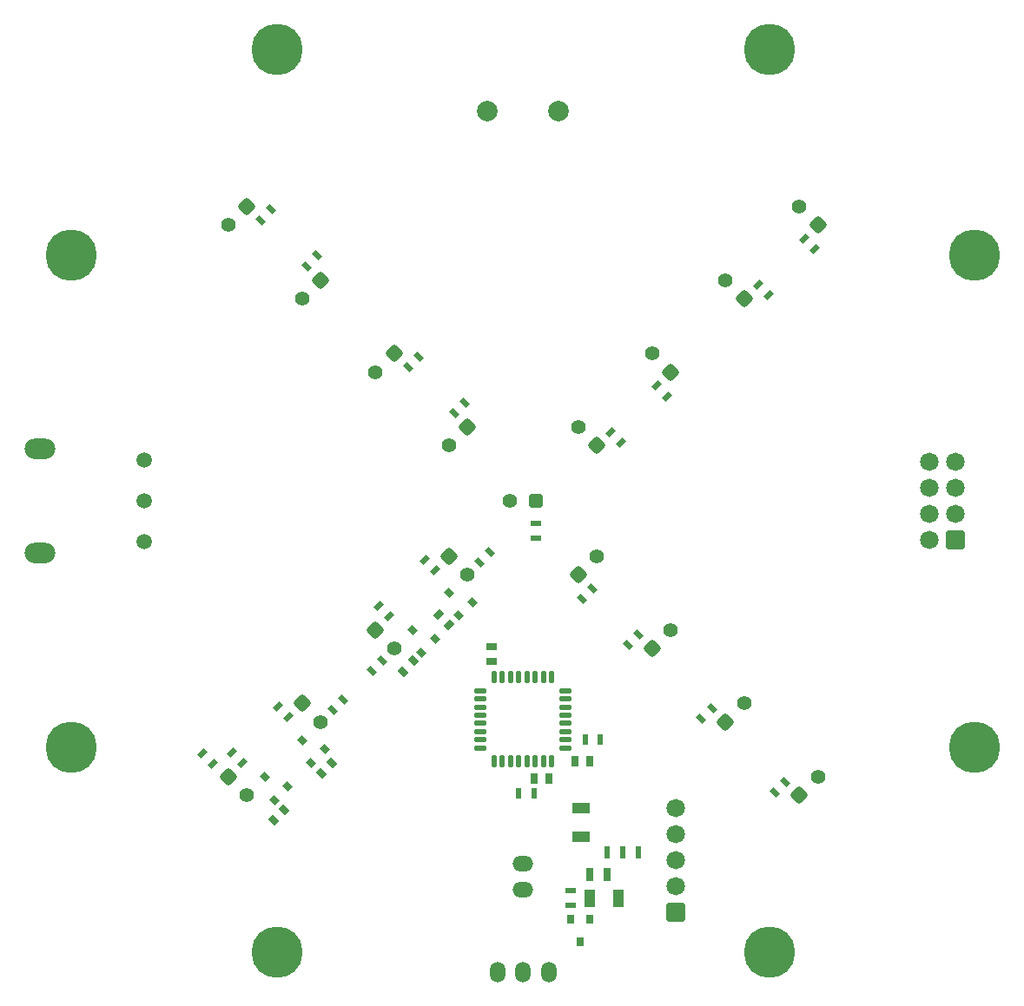
<source format=gbr>
%TF.GenerationSoftware,Altium Limited,Altium Designer,20.1.8 (145)*%
G04 Layer_Color=255*
%FSLAX45Y45*%
%MOMM*%
%TF.SameCoordinates,71AC3D83-D9DD-4B8C-8FBF-A9C29C1C1930*%
%TF.FilePolarity,Positive*%
%TF.FileFunction,Pads,Bot*%
%TF.Part,Single*%
G01*
G75*
%TA.AperFunction,ComponentPad*%
G04:AMPARAMS|DCode=14|XSize=1.8mm|YSize=1.8mm|CornerRadius=0.9mm|HoleSize=0mm|Usage=FLASHONLY|Rotation=90.000|XOffset=0mm|YOffset=0mm|HoleType=Round|Shape=RoundedRectangle|*
%AMROUNDEDRECTD14*
21,1,1.80000,0.00000,0,0,90.0*
21,1,0.00000,1.80000,0,0,90.0*
1,1,1.80000,0.00000,0.00000*
1,1,1.80000,0.00000,0.00000*
1,1,1.80000,0.00000,0.00000*
1,1,1.80000,0.00000,0.00000*
%
%ADD14ROUNDEDRECTD14*%
G04:AMPARAMS|DCode=15|XSize=1.8mm|YSize=1.8mm|CornerRadius=0.18mm|HoleSize=0mm|Usage=FLASHONLY|Rotation=90.000|XOffset=0mm|YOffset=0mm|HoleType=Round|Shape=RoundedRectangle|*
%AMROUNDEDRECTD15*
21,1,1.80000,1.44000,0,0,90.0*
21,1,1.44000,1.80000,0,0,90.0*
1,1,0.36000,0.72000,0.72000*
1,1,0.36000,0.72000,-0.72000*
1,1,0.36000,-0.72000,-0.72000*
1,1,0.36000,-0.72000,0.72000*
%
%ADD15ROUNDEDRECTD15*%
%ADD16O,2.00000X1.50000*%
%ADD17C,2.00000*%
G04:AMPARAMS|DCode=18|XSize=1.5mm|YSize=2mm|CornerRadius=0.75mm|HoleSize=0mm|Usage=FLASHONLY|Rotation=180.000|XOffset=0mm|YOffset=0mm|HoleType=Round|Shape=RoundedRectangle|*
%AMROUNDEDRECTD18*
21,1,1.50000,0.50000,0,0,180.0*
21,1,0.00000,2.00000,0,0,180.0*
1,1,1.50000,0.00000,0.25000*
1,1,1.50000,0.00000,0.25000*
1,1,1.50000,0.00000,-0.25000*
1,1,1.50000,0.00000,-0.25000*
%
%ADD18ROUNDEDRECTD18*%
%ADD19O,3.00000X2.00000*%
%ADD20C,1.50000*%
%TA.AperFunction,ViaPad*%
%ADD21C,5.00000*%
%TA.AperFunction,ComponentPad*%
%ADD22C,1.40000*%
G04:AMPARAMS|DCode=23|XSize=1.4mm|YSize=1.4mm|CornerRadius=0.35mm|HoleSize=0mm|Usage=FLASHONLY|Rotation=315.000|XOffset=0mm|YOffset=0mm|HoleType=Round|Shape=RoundedRectangle|*
%AMROUNDEDRECTD23*
21,1,1.40000,0.70000,0,0,315.0*
21,1,0.70000,1.40000,0,0,315.0*
1,1,0.70000,0.00000,-0.49498*
1,1,0.70000,-0.49498,0.00000*
1,1,0.70000,0.00000,0.49498*
1,1,0.70000,0.49498,0.00000*
%
%ADD23ROUNDEDRECTD23*%
G04:AMPARAMS|DCode=24|XSize=1.4mm|YSize=1.4mm|CornerRadius=0.35mm|HoleSize=0mm|Usage=FLASHONLY|Rotation=90.000|XOffset=0mm|YOffset=0mm|HoleType=Round|Shape=RoundedRectangle|*
%AMROUNDEDRECTD24*
21,1,1.40000,0.70000,0,0,90.0*
21,1,0.70000,1.40000,0,0,90.0*
1,1,0.70000,0.35000,0.35000*
1,1,0.70000,0.35000,-0.35000*
1,1,0.70000,-0.35000,-0.35000*
1,1,0.70000,-0.35000,0.35000*
%
%ADD24ROUNDEDRECTD24*%
G04:AMPARAMS|DCode=25|XSize=1.4mm|YSize=1.4mm|CornerRadius=0.35mm|HoleSize=0mm|Usage=FLASHONLY|Rotation=45.000|XOffset=0mm|YOffset=0mm|HoleType=Round|Shape=RoundedRectangle|*
%AMROUNDEDRECTD25*
21,1,1.40000,0.70000,0,0,45.0*
21,1,0.70000,1.40000,0,0,45.0*
1,1,0.70000,0.49498,0.00000*
1,1,0.70000,0.00000,-0.49498*
1,1,0.70000,-0.49498,0.00000*
1,1,0.70000,0.00000,0.49498*
%
%ADD25ROUNDEDRECTD25*%
%TA.AperFunction,SMDPad,CuDef*%
G04:AMPARAMS|DCode=27|XSize=1.27mm|YSize=0.76mm|CornerRadius=0.0038mm|HoleSize=0mm|Usage=FLASHONLY|Rotation=270.000|XOffset=0mm|YOffset=0mm|HoleType=Round|Shape=RoundedRectangle|*
%AMROUNDEDRECTD27*
21,1,1.27000,0.75240,0,0,270.0*
21,1,1.26240,0.76000,0,0,270.0*
1,1,0.00760,-0.37620,-0.63120*
1,1,0.00760,-0.37620,0.63120*
1,1,0.00760,0.37620,0.63120*
1,1,0.00760,0.37620,-0.63120*
%
%ADD27ROUNDEDRECTD27*%
G04:AMPARAMS|DCode=28|XSize=0.6mm|YSize=0.8mm|CornerRadius=0.003mm|HoleSize=0mm|Usage=FLASHONLY|Rotation=180.000|XOffset=0mm|YOffset=0mm|HoleType=Round|Shape=RoundedRectangle|*
%AMROUNDEDRECTD28*
21,1,0.60000,0.79400,0,0,180.0*
21,1,0.59400,0.80000,0,0,180.0*
1,1,0.00600,-0.29700,0.39700*
1,1,0.00600,0.29700,0.39700*
1,1,0.00600,0.29700,-0.39700*
1,1,0.00600,-0.29700,-0.39700*
%
%ADD28ROUNDEDRECTD28*%
G04:AMPARAMS|DCode=29|XSize=0.95mm|YSize=0.55mm|CornerRadius=0.00275mm|HoleSize=0mm|Usage=FLASHONLY|Rotation=180.000|XOffset=0mm|YOffset=0mm|HoleType=Round|Shape=RoundedRectangle|*
%AMROUNDEDRECTD29*
21,1,0.95000,0.54450,0,0,180.0*
21,1,0.94450,0.55000,0,0,180.0*
1,1,0.00550,-0.47225,0.27225*
1,1,0.00550,0.47225,0.27225*
1,1,0.00550,0.47225,-0.27225*
1,1,0.00550,-0.47225,-0.27225*
%
%ADD29ROUNDEDRECTD29*%
G04:AMPARAMS|DCode=30|XSize=1.65mm|YSize=0.95mm|CornerRadius=0.00475mm|HoleSize=0mm|Usage=FLASHONLY|Rotation=90.000|XOffset=0mm|YOffset=0mm|HoleType=Round|Shape=RoundedRectangle|*
%AMROUNDEDRECTD30*
21,1,1.65000,0.94050,0,0,90.0*
21,1,1.64050,0.95000,0,0,90.0*
1,1,0.00950,0.47025,0.82025*
1,1,0.00950,0.47025,-0.82025*
1,1,0.00950,-0.47025,-0.82025*
1,1,0.00950,-0.47025,0.82025*
%
%ADD30ROUNDEDRECTD30*%
G04:AMPARAMS|DCode=31|XSize=0.5mm|YSize=1.2mm|CornerRadius=0.0025mm|HoleSize=0mm|Usage=FLASHONLY|Rotation=0.000|XOffset=0mm|YOffset=0mm|HoleType=Round|Shape=RoundedRectangle|*
%AMROUNDEDRECTD31*
21,1,0.50000,1.19500,0,0,0.0*
21,1,0.49500,1.20000,0,0,0.0*
1,1,0.00500,0.24750,-0.59750*
1,1,0.00500,-0.24750,-0.59750*
1,1,0.00500,-0.24750,0.59750*
1,1,0.00500,0.24750,0.59750*
%
%ADD31ROUNDEDRECTD31*%
G04:AMPARAMS|DCode=32|XSize=0.95mm|YSize=0.6mm|CornerRadius=0.003mm|HoleSize=0mm|Usage=FLASHONLY|Rotation=225.000|XOffset=0mm|YOffset=0mm|HoleType=Round|Shape=RoundedRectangle|*
%AMROUNDEDRECTD32*
21,1,0.95000,0.59400,0,0,225.0*
21,1,0.94400,0.60000,0,0,225.0*
1,1,0.00600,-0.54377,-0.12374*
1,1,0.00600,0.12374,0.54377*
1,1,0.00600,0.54377,0.12374*
1,1,0.00600,-0.12374,-0.54377*
%
%ADD32ROUNDEDRECTD32*%
G04:AMPARAMS|DCode=33|XSize=0.95mm|YSize=0.6mm|CornerRadius=0.003mm|HoleSize=0mm|Usage=FLASHONLY|Rotation=315.000|XOffset=0mm|YOffset=0mm|HoleType=Round|Shape=RoundedRectangle|*
%AMROUNDEDRECTD33*
21,1,0.95000,0.59400,0,0,315.0*
21,1,0.94400,0.60000,0,0,315.0*
1,1,0.00600,0.12374,-0.54377*
1,1,0.00600,-0.54377,0.12374*
1,1,0.00600,-0.12374,0.54377*
1,1,0.00600,0.54377,-0.12374*
%
%ADD33ROUNDEDRECTD33*%
G04:AMPARAMS|DCode=34|XSize=0.95mm|YSize=0.55mm|CornerRadius=0.00275mm|HoleSize=0mm|Usage=FLASHONLY|Rotation=45.000|XOffset=0mm|YOffset=0mm|HoleType=Round|Shape=RoundedRectangle|*
%AMROUNDEDRECTD34*
21,1,0.95000,0.54450,0,0,45.0*
21,1,0.94450,0.55000,0,0,45.0*
1,1,0.00550,0.52644,0.14142*
1,1,0.00550,-0.14142,-0.52644*
1,1,0.00550,-0.52644,-0.14142*
1,1,0.00550,0.14142,0.52644*
%
%ADD34ROUNDEDRECTD34*%
G04:AMPARAMS|DCode=35|XSize=0.6mm|YSize=0.8mm|CornerRadius=0.003mm|HoleSize=0mm|Usage=FLASHONLY|Rotation=45.000|XOffset=0mm|YOffset=0mm|HoleType=Round|Shape=RoundedRectangle|*
%AMROUNDEDRECTD35*
21,1,0.60000,0.79400,0,0,45.0*
21,1,0.59400,0.80000,0,0,45.0*
1,1,0.00600,0.49073,-0.07071*
1,1,0.00600,0.07071,-0.49073*
1,1,0.00600,-0.49073,0.07071*
1,1,0.00600,-0.07071,0.49073*
%
%ADD35ROUNDEDRECTD35*%
G04:AMPARAMS|DCode=36|XSize=0.95mm|YSize=0.6mm|CornerRadius=0.003mm|HoleSize=0mm|Usage=FLASHONLY|Rotation=180.000|XOffset=0mm|YOffset=0mm|HoleType=Round|Shape=RoundedRectangle|*
%AMROUNDEDRECTD36*
21,1,0.95000,0.59400,0,0,180.0*
21,1,0.94400,0.60000,0,0,180.0*
1,1,0.00600,-0.47200,0.29700*
1,1,0.00600,0.47200,0.29700*
1,1,0.00600,0.47200,-0.29700*
1,1,0.00600,-0.47200,-0.29700*
%
%ADD36ROUNDEDRECTD36*%
G04:AMPARAMS|DCode=37|XSize=0.95mm|YSize=0.6mm|CornerRadius=0.003mm|HoleSize=0mm|Usage=FLASHONLY|Rotation=90.000|XOffset=0mm|YOffset=0mm|HoleType=Round|Shape=RoundedRectangle|*
%AMROUNDEDRECTD37*
21,1,0.95000,0.59400,0,0,90.0*
21,1,0.94400,0.60000,0,0,90.0*
1,1,0.00600,0.29700,0.47200*
1,1,0.00600,0.29700,-0.47200*
1,1,0.00600,-0.29700,-0.47200*
1,1,0.00600,-0.29700,0.47200*
%
%ADD37ROUNDEDRECTD37*%
%ADD38O,0.50000X1.25000*%
%ADD39O,1.25000X0.50000*%
G04:AMPARAMS|DCode=40|XSize=0.95mm|YSize=0.55mm|CornerRadius=0.00275mm|HoleSize=0mm|Usage=FLASHONLY|Rotation=90.000|XOffset=0mm|YOffset=0mm|HoleType=Round|Shape=RoundedRectangle|*
%AMROUNDEDRECTD40*
21,1,0.95000,0.54450,0,0,90.0*
21,1,0.94450,0.55000,0,0,90.0*
1,1,0.00550,0.27225,0.47225*
1,1,0.00550,0.27225,-0.47225*
1,1,0.00550,-0.27225,-0.47225*
1,1,0.00550,-0.27225,0.47225*
%
%ADD40ROUNDEDRECTD40*%
G04:AMPARAMS|DCode=41|XSize=0.95mm|YSize=0.55mm|CornerRadius=0.00275mm|HoleSize=0mm|Usage=FLASHONLY|Rotation=135.000|XOffset=0mm|YOffset=0mm|HoleType=Round|Shape=RoundedRectangle|*
%AMROUNDEDRECTD41*
21,1,0.95000,0.54450,0,0,135.0*
21,1,0.94450,0.55000,0,0,135.0*
1,1,0.00550,-0.14142,0.52644*
1,1,0.00550,0.52644,-0.14142*
1,1,0.00550,0.14142,-0.52644*
1,1,0.00550,-0.52644,0.14142*
%
%ADD41ROUNDEDRECTD41*%
G04:AMPARAMS|DCode=42|XSize=1.65mm|YSize=0.95mm|CornerRadius=0.00475mm|HoleSize=0mm|Usage=FLASHONLY|Rotation=0.000|XOffset=0mm|YOffset=0mm|HoleType=Round|Shape=RoundedRectangle|*
%AMROUNDEDRECTD42*
21,1,1.65000,0.94050,0,0,0.0*
21,1,1.64050,0.95000,0,0,0.0*
1,1,0.00950,0.82025,-0.47025*
1,1,0.00950,-0.82025,-0.47025*
1,1,0.00950,-0.82025,0.47025*
1,1,0.00950,0.82025,0.47025*
%
%ADD42ROUNDEDRECTD42*%
D14*
X1485347Y-2995913D02*
D03*
Y-3249913D02*
D03*
Y-3503913D02*
D03*
Y-3757913D02*
D03*
X4211201Y-127000D02*
D03*
Y127000D02*
D03*
Y381000D02*
D03*
X3957201Y-381000D02*
D03*
Y-127000D02*
D03*
Y127000D02*
D03*
Y381000D02*
D03*
D15*
X1485347Y-4011913D02*
D03*
X4211201Y-381000D02*
D03*
D16*
X0Y-3794310D02*
D03*
Y-3540310D02*
D03*
D17*
X-350000Y3800000D02*
D03*
X350000D02*
D03*
D18*
X-250000Y-4593351D02*
D03*
X0D02*
D03*
X250000D02*
D03*
D19*
X-4710139Y-510000D02*
D03*
Y510000D02*
D03*
D20*
X-3690139Y400000D02*
D03*
Y0D02*
D03*
Y-400000D02*
D03*
D21*
X2400000Y-4400000D02*
D03*
X-2400000D02*
D03*
X4400000Y-2400000D02*
D03*
Y2400000D02*
D03*
X-4400000Y-2400000D02*
D03*
Y2400000D02*
D03*
X-2400000Y4400000D02*
D03*
X2400000D02*
D03*
D22*
X2873682Y-2694077D02*
D03*
X2155261Y-1975656D02*
D03*
X1436841Y-1257236D02*
D03*
X718420Y-538816D02*
D03*
X-127000Y0D02*
D03*
X2694077Y2873682D02*
D03*
X1975656Y2155261D02*
D03*
X538816Y718420D02*
D03*
X1257236Y1436841D02*
D03*
X-718420Y538816D02*
D03*
X-2873682Y2694077D02*
D03*
X-2155261Y1975656D02*
D03*
X-1436841Y1257236D02*
D03*
X-2694077Y-2873682D02*
D03*
X-1975656Y-2155261D02*
D03*
X-538816Y-718420D02*
D03*
X-1257236Y-1436841D02*
D03*
D23*
X2694077Y-2873682D02*
D03*
X1975656Y-2155261D02*
D03*
X1257236Y-1436841D02*
D03*
X538816Y-718420D02*
D03*
X-538816Y718420D02*
D03*
X-2694077Y2873682D02*
D03*
X-1975656Y2155261D02*
D03*
X-1257236Y1436841D02*
D03*
D24*
X127000Y0D02*
D03*
D25*
X2873682Y2694077D02*
D03*
X2155261Y1975656D02*
D03*
X718420Y538816D02*
D03*
X1436841Y1257236D02*
D03*
X-2873682Y-2694077D02*
D03*
X-2155261Y-1975656D02*
D03*
X-718420Y-538816D02*
D03*
X-1436841Y-1257236D02*
D03*
D27*
X653529Y-3647745D02*
D03*
X823529D02*
D03*
D28*
X558529Y-4296948D02*
D03*
X653529Y-4076948D02*
D03*
X463529D02*
D03*
D29*
Y-3944684D02*
D03*
Y-3799684D02*
D03*
X127000Y-360900D02*
D03*
Y-215900D02*
D03*
D30*
X653529Y-3874922D02*
D03*
X933529D02*
D03*
D31*
X1123529Y-3429666D02*
D03*
X973529Y-3429667D02*
D03*
X823529Y-3429666D02*
D03*
D32*
X-723024Y-1213757D02*
D03*
X-825555Y-1111226D02*
D03*
D33*
X-1070051Y-1560796D02*
D03*
X-1172581Y-1663327D02*
D03*
X-1861846Y-2557570D02*
D03*
X-1964377Y-2660101D02*
D03*
X-2430469Y-3117491D02*
D03*
X-2327939Y-3014961D02*
D03*
D34*
X-3022600Y-2562860D02*
D03*
X-3125131Y-2460329D02*
D03*
X853124Y673519D02*
D03*
X955655Y570988D02*
D03*
X1404668Y1020001D02*
D03*
X1302137Y1122532D02*
D03*
X2289965Y2110360D02*
D03*
X2392496Y2007830D02*
D03*
X2841509Y2456842D02*
D03*
X2738978Y2559373D02*
D03*
X-955655Y-570988D02*
D03*
X-853124Y-673519D02*
D03*
X-1302137Y-1122532D02*
D03*
X-1404668Y-1020001D02*
D03*
X-2392496Y-2007830D02*
D03*
X-2289965Y-2110360D02*
D03*
X-2738978Y-2559373D02*
D03*
X-2841509Y-2456842D02*
D03*
D35*
X-1077631Y-1257236D02*
D03*
X-989242Y-1479974D02*
D03*
X-854892Y-1345624D02*
D03*
X-2291733Y-2782465D02*
D03*
X-2426083Y-2916815D02*
D03*
X-2514472Y-2694077D02*
D03*
X-1932523Y-2423255D02*
D03*
X-2066873Y-2557605D02*
D03*
X-2155262Y-2334867D02*
D03*
X-495682Y-986414D02*
D03*
X-630032Y-1120764D02*
D03*
X-718420Y-898026D02*
D03*
D36*
X-308534Y-1566064D02*
D03*
Y-1421064D02*
D03*
D37*
X105479Y-2707709D02*
D03*
X250479D02*
D03*
X509569Y-2543015D02*
D03*
X654569D02*
D03*
D38*
X279979Y-2543016D02*
D03*
X199979D02*
D03*
X119979D02*
D03*
X39979D02*
D03*
X-40021D02*
D03*
X-120021D02*
D03*
X-200021D02*
D03*
X-280021D02*
D03*
Y-1718016D02*
D03*
X-200021D02*
D03*
X-120021D02*
D03*
X-40021D02*
D03*
X39979D02*
D03*
X119979D02*
D03*
X199979D02*
D03*
X279979D02*
D03*
D39*
X-412521Y-2410516D02*
D03*
Y-2330516D02*
D03*
Y-2250516D02*
D03*
Y-2170516D02*
D03*
Y-2090516D02*
D03*
Y-2010516D02*
D03*
Y-1930516D02*
D03*
Y-1850516D02*
D03*
X412479D02*
D03*
Y-1930516D02*
D03*
Y-2010516D02*
D03*
Y-2090516D02*
D03*
Y-2170516D02*
D03*
Y-2250516D02*
D03*
Y-2330516D02*
D03*
Y-2410516D02*
D03*
D40*
X104979Y-2855167D02*
D03*
X-40020D02*
D03*
X750489Y-2330516D02*
D03*
X605489D02*
D03*
D41*
X-673519Y853124D02*
D03*
X-570988Y955655D02*
D03*
X-1020001Y1404668D02*
D03*
X-1122532Y1302137D02*
D03*
X-2110360Y2289965D02*
D03*
X-2007830Y2392496D02*
D03*
X-2456842Y2841509D02*
D03*
X-2559373Y2738978D02*
D03*
X673519Y-853124D02*
D03*
X570988Y-955655D02*
D03*
X1020001Y-1404668D02*
D03*
X1122532Y-1302137D02*
D03*
X2559373Y-2738978D02*
D03*
X2456842Y-2841509D02*
D03*
X1840953Y-2020558D02*
D03*
X1738422Y-2123088D02*
D03*
X-422072Y-601677D02*
D03*
X-319542Y-499147D02*
D03*
X-1476510Y-1656115D02*
D03*
X-1373979Y-1553584D02*
D03*
X-1858913Y-2038518D02*
D03*
X-1756383Y-1935987D02*
D03*
D42*
X570468Y-2995913D02*
D03*
Y-3275913D02*
D03*
%TF.MD5,bfee103cd53a75c009baf71da5d485a3*%
M02*

</source>
